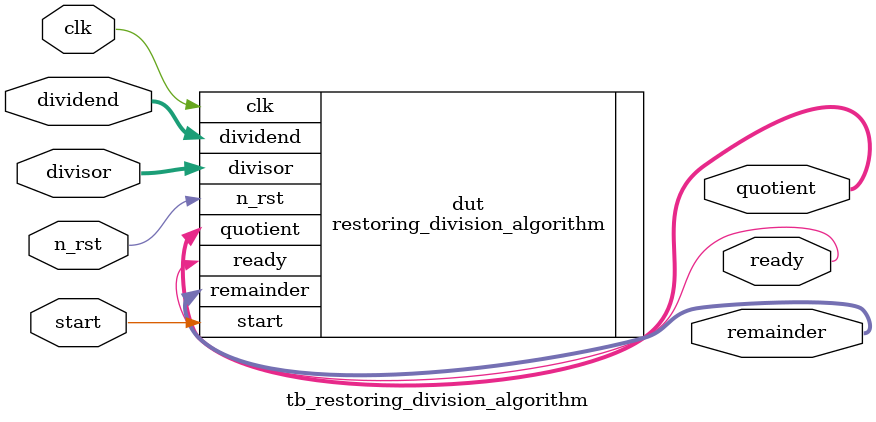
<source format=sv>
module tb_restoring_division_algorithm (

    input logic [WIDTH-1:0] divisor,
    input logic [WIDTH-1:0] dividend,
        
    input logic clk,
    input logic n_rst,

    input logic start,
    output logic ready,

    output logic [WIDTH-1:0] quotient,
    output logic [WIDTH-1:0] remainder

);

localparam WIDTH = 16;

restoring_division_algorithm dut (

    .divisor(divisor), .dividend(dividend),

    .clk(clk), .n_rst(n_rst),

    .start(start), .ready(ready),

    .quotient(quotient), .remainder(remainder)

);

 initial begin
     $dumpfile ("restoring-division-algorithm.vcd");
     $dumpvars;
 end
    
endmodule
</source>
